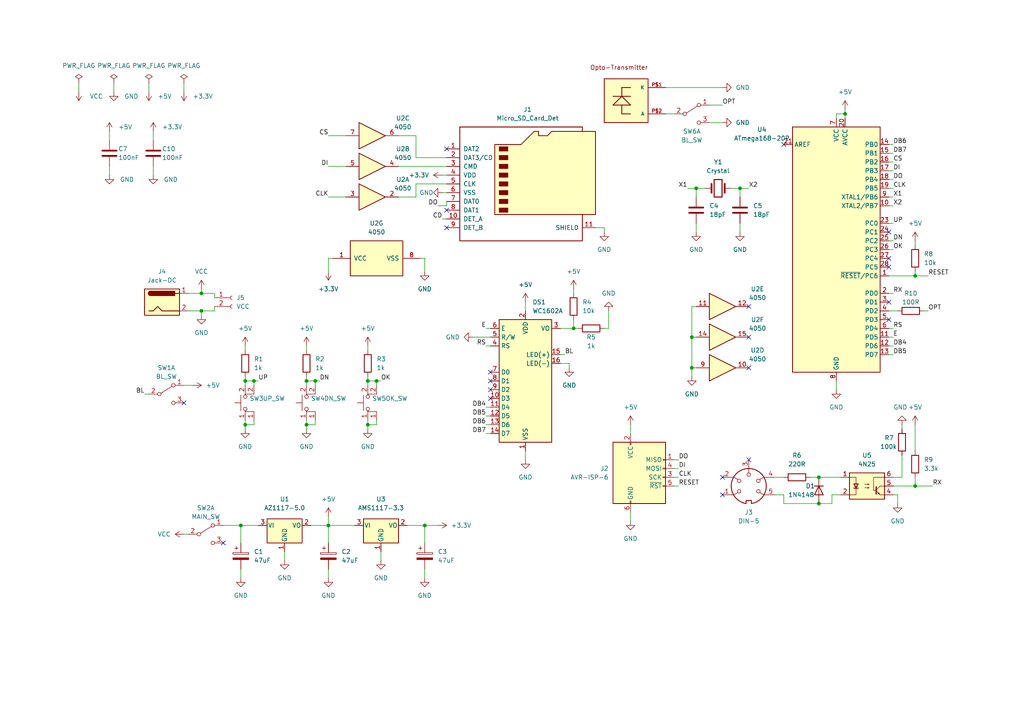
<source format=kicad_sch>
(kicad_sch (version 20211123) (generator eeschema)
  (paper "A4")
  (lib_symbols
    (symbol "4xxx:4050" (pin_names (offset 1.016))
      (property "Reference" "U" (at 0 1.27 0))
      (property "Value" "4050" (at 0 -1.27 0))
      (symbol "4050_1_0"
        (pin output line (at 7.62 0 180) (length 3.81) (name "~") (number "2"))
        (pin input line (at -7.62 0 0) (length 3.81) (name "~") (number "3"))
      )
      (symbol "4050_2_0"
        (pin output line (at 7.62 0 180) (length 3.81) (name "~") (number "4"))
        (pin input line (at -7.62 0 0) (length 3.81) (name "~") (number "5"))
      )
      (symbol "4050_3_0"
        (pin output line (at 7.62 0 180) (length 3.81) (name "~") (number "6"))
        (pin input line (at -7.62 0 0) (length 3.81) (name "~") (number "7"))
      )
      (symbol "4050_4_0"
        (pin output line (at 7.62 0 180) (length 3.81) (name "~") (number "10"))
        (pin input line (at -7.62 0 0) (length 3.81) (name "~") (number "9"))
      )
      (symbol "4050_5_0"
        (pin input line (at -7.62 0 0) (length 3.81) (name "~") (number "11"))
        (pin output line (at 7.62 0 180) (length 3.81) (name "~") (number "12"))
      )
      (symbol "4050_6_0"
        (pin input line (at -7.62 0 0) (length 3.81) (name "~") (number "14"))
        (pin output line (at 7.62 0 180) (length 3.81) (name "~") (number "15"))
      )
      (symbol "4050_7_0"
        (pin power_in line (at 0 12.7 270) (length 5.08) (name "VCC") (number "1"))
        (pin power_in line (at 0 -12.7 90) (length 5.08) (name "VSS") (number "8"))
      )
    )
    (symbol "Connector:AVR-ISP-6" (pin_names (offset 1.016))
      (property "Reference" "J" (at -6.35 11.43 0))
      (property "Value" "AVR-ISP-6" (at 0 11.43 0))
      (symbol "AVR-ISP-6_1_1"
        (pin passive line (at 10.16 5.08 180) (length 2.54) (name "MISO") (number "1"))
        (pin passive line (at -2.54 12.7 270) (length 2.54) (name "VCC") (number "2"))
        (pin passive line (at 10.16 0 180) (length 2.54) (name "SCK") (number "3"))
        (pin passive line (at 10.16 2.54 180) (length 2.54) (name "MOSI") (number "4"))
        (pin passive line (at 10.16 -2.54 180) (length 2.54) (name "~{RST}") (number "5"))
        (pin passive line (at -2.54 -10.16 90) (length 2.54) (name "GND") (number "6"))
      )
    )
    (symbol "Connector:Conn_01x02_Female" (pin_names (offset 1.016) hide)
      (property "Reference" "J" (at 0 2.54 0))
      (property "Value" "Conn_01x02_Female" (at 0 -5.08 0))
      (symbol "Conn_01x02_Female_1_1"
        (pin passive line (at -5.08 0 0) (length 3.81) (name "Pin_1") (number "1"))
        (pin passive line (at -5.08 -2.54 0) (length 3.81) (name "Pin_2") (number "2"))
      )
    )
    (symbol "Connector:DIN-5" (pin_names (offset 1.016))
      (property "Reference" "J" (at 3.175 5.715 0))
      (property "Value" "DIN-5" (at 0 -6.35 0))
      (symbol "DIN-5_1_1"
        (pin passive line (at -7.62 -2.54 0) (length 2.54) (name "~") (number "1"))
        (pin passive line (at -7.62 2.54 0) (length 2.54) (name "~") (number "2"))
        (pin passive line (at 0 7.62 270) (length 2.54) (name "~") (number "3"))
        (pin passive line (at 7.62 2.54 180) (length 2.54) (name "~") (number "4"))
        (pin passive line (at 7.62 -2.54 180) (length 2.54) (name "~") (number "5"))
      )
    )
    (symbol "Connector:Jack-DC" (pin_names (offset 1.016))
      (property "Reference" "J" (at 0 5.334 0))
      (property "Value" "Jack-DC" (at 0 -5.08 0))
      (symbol "Jack-DC_1_1"
        (pin passive line (at 7.62 2.54 180) (length 2.54) (name "~") (number "1"))
        (pin passive line (at 7.62 -2.54 180) (length 2.54) (name "~") (number "2"))
      )
    )
    (symbol "Connector:Micro_SD_Card_Det" (pin_names (offset 1.016))
      (property "Reference" "J" (at -16.51 17.78 0))
      (property "Value" "Micro_SD_Card_Det" (at 16.51 17.78 0))
      (symbol "Micro_SD_Card_Det_1_1"
        (pin bidirectional line (at -22.86 10.16 0) (length 3.81) (name "DAT2") (number "1"))
        (pin passive line (at -22.86 -10.16 0) (length 3.81) (name "DET_A") (number "10"))
        (pin passive line (at 20.32 -12.7 180) (length 3.81) (name "SHIELD") (number "11"))
        (pin bidirectional line (at -22.86 7.62 0) (length 3.81) (name "DAT3/CD") (number "2"))
        (pin input line (at -22.86 5.08 0) (length 3.81) (name "CMD") (number "3"))
        (pin power_in line (at -22.86 2.54 0) (length 3.81) (name "VDD") (number "4"))
        (pin input line (at -22.86 0 0) (length 3.81) (name "CLK") (number "5"))
        (pin power_in line (at -22.86 -2.54 0) (length 3.81) (name "VSS") (number "6"))
        (pin bidirectional line (at -22.86 -5.08 0) (length 3.81) (name "DAT0") (number "7"))
        (pin bidirectional line (at -22.86 -7.62 0) (length 3.81) (name "DAT1") (number "8"))
        (pin passive line (at -22.86 -12.7 0) (length 3.81) (name "DET_B") (number "9"))
      )
    )
    (symbol "Device:C" (pin_numbers hide) (pin_names (offset 0.254))
      (property "Reference" "C" (at 0.635 2.54 0))
      (property "Value" "C" (at 0.635 -2.54 0))
      (symbol "C_1_1"
        (pin passive line (at 0 3.81 270) (length 2.794) (name "~") (number "1"))
        (pin passive line (at 0 -3.81 90) (length 2.794) (name "~") (number "2"))
      )
    )
    (symbol "Device:C_Polarized" (pin_numbers hide) (pin_names (offset 0.254))
      (property "Reference" "C" (at 0.635 2.54 0))
      (property "Value" "C_Polarized" (at 0.635 -2.54 0))
      (symbol "C_Polarized_1_1"
        (pin passive line (at 0 3.81 270) (length 2.794) (name "~") (number "1"))
        (pin passive line (at 0 -3.81 90) (length 2.794) (name "~") (number "2"))
      )
    )
    (symbol "Device:Crystal" (pin_numbers hide) (pin_names (offset 1.016) hide)
      (property "Reference" "Y" (at 0 3.81 0))
      (property "Value" "Crystal" (at 0 -3.81 0))
      (symbol "Crystal_1_1"
        (pin passive line (at -3.81 0 0) (length 1.27) (name "1") (number "1"))
        (pin passive line (at 3.81 0 180) (length 1.27) (name "2") (number "2"))
      )
    )
    (symbol "Device:R" (pin_numbers hide) (pin_names (offset 0))
      (property "Reference" "R" (at 2.032 0 90))
      (property "Value" "R" (at 0 0 90))
      (symbol "R_1_1"
        (pin passive line (at 0 3.81 270) (length 1.27) (name "~") (number "1"))
        (pin passive line (at 0 -3.81 90) (length 1.27) (name "~") (number "2"))
      )
    )
    (symbol "Diode:1N4148" (pin_numbers hide) (pin_names (offset 1.016) hide)
      (property "Reference" "D" (at 0 2.54 0))
      (property "Value" "1N4148" (at 0 -2.54 0))
      (symbol "1N4148_1_1"
        (pin passive line (at -3.81 0 0) (length 2.54) (name "K") (number "1"))
        (pin passive line (at 3.81 0 180) (length 2.54) (name "A") (number "2"))
      )
    )
    (symbol "Display_Character:WC1602A"
      (property "Reference" "DS" (at -5.842 19.05 0))
      (property "Value" "WC1602A" (at 5.334 19.05 0))
      (symbol "WC1602A_1_1"
        (pin power_in line (at 0 -20.32 90) (length 2.54) (name "VSS") (number "1"))
        (pin input line (at -10.16 -5.08 0) (length 2.54) (name "D3") (number "10"))
        (pin input line (at -10.16 -7.62 0) (length 2.54) (name "D4") (number "11"))
        (pin input line (at -10.16 -10.16 0) (length 2.54) (name "D5") (number "12"))
        (pin input line (at -10.16 -12.7 0) (length 2.54) (name "D6") (number "13"))
        (pin input line (at -10.16 -15.24 0) (length 2.54) (name "D7") (number "14"))
        (pin power_in line (at 10.16 7.62 180) (length 2.54) (name "LED(+)") (number "15"))
        (pin power_in line (at 10.16 5.08 180) (length 2.54) (name "LED(-)") (number "16"))
        (pin power_in line (at 0 20.32 270) (length 2.54) (name "VDD") (number "2"))
        (pin input line (at 10.16 15.24 180) (length 2.54) (name "VO") (number "3"))
        (pin input line (at -10.16 10.16 0) (length 2.54) (name "RS") (number "4"))
        (pin input line (at -10.16 12.7 0) (length 2.54) (name "R/W") (number "5"))
        (pin input line (at -10.16 15.24 0) (length 2.54) (name "E") (number "6"))
        (pin input line (at -10.16 2.54 0) (length 2.54) (name "D0") (number "7"))
        (pin input line (at -10.16 0 0) (length 2.54) (name "D1") (number "8"))
        (pin input line (at -10.16 -2.54 0) (length 2.54) (name "D2") (number "9"))
      )
    )
    (symbol "IFE91A:IFE91A" (pin_names (offset 1.016))
      (symbol "IFE91A_0_0"
        (text "Opto-Transmitter" (at -7.62 -7.62 0) (effects (font (size 1.27 1.27)) (justify left bottom)))
        (pin bidirectional line (at -12.7 -2.54 0) (length 5.08) (name "K") (number "P$1"))
        (pin bidirectional line (at -12.7 5.08 0) (length 5.08) (name "A") (number "P$2"))
      )
    )
    (symbol "Isolator:4N25" (pin_names (offset 1.016))
      (property "Reference" "U" (at -5.08 5.08 0))
      (property "Value" "4N25" (at 0 5.08 0))
      (symbol "4N25_1_1"
        (pin passive line (at -7.62 2.54 0) (length 2.54) (name "~") (number "1"))
        (pin passive line (at -7.62 -2.54 0) (length 2.54) (name "~") (number "2"))
        (pin no_connect line (at -5.08 0 0) (length 2.54) hide (name "NC") (number "3"))
        (pin passive line (at 7.62 -2.54 180) (length 2.54) (name "~") (number "4"))
        (pin passive line (at 7.62 0 180) (length 2.54) (name "~") (number "5"))
        (pin passive line (at 7.62 2.54 180) (length 2.54) (name "~") (number "6"))
      )
    )
    (symbol "MCU_Microchip_ATmega:ATmega168-20P"
      (property "Reference" "U" (at -12.7 36.83 0))
      (property "Value" "ATmega168-20P" (at 2.54 -36.83 0))
      (symbol "ATmega168-20P_1_1"
        (pin bidirectional line (at 15.24 -7.62 180) (length 2.54) (name "~{RESET}/PC6") (number "1"))
        (pin bidirectional line (at 15.24 12.7 180) (length 2.54) (name "XTAL2/PB7") (number "10"))
        (pin bidirectional line (at 15.24 -25.4 180) (length 2.54) (name "PD5") (number "11"))
        (pin bidirectional line (at 15.24 -27.94 180) (length 2.54) (name "PD6") (number "12"))
        (pin bidirectional line (at 15.24 -30.48 180) (length 2.54) (name "PD7") (number "13"))
        (pin bidirectional line (at 15.24 30.48 180) (length 2.54) (name "PB0") (number "14"))
        (pin bidirectional line (at 15.24 27.94 180) (length 2.54) (name "PB1") (number "15"))
        (pin bidirectional line (at 15.24 25.4 180) (length 2.54) (name "PB2") (number "16"))
        (pin bidirectional line (at 15.24 22.86 180) (length 2.54) (name "PB3") (number "17"))
        (pin bidirectional line (at 15.24 20.32 180) (length 2.54) (name "PB4") (number "18"))
        (pin bidirectional line (at 15.24 17.78 180) (length 2.54) (name "PB5") (number "19"))
        (pin bidirectional line (at 15.24 -12.7 180) (length 2.54) (name "PD0") (number "2"))
        (pin power_in line (at 2.54 38.1 270) (length 2.54) (name "AVCC") (number "20"))
        (pin passive line (at -15.24 30.48 0) (length 2.54) (name "AREF") (number "21"))
        (pin passive line (at 0 -38.1 90) (length 2.54) hide (name "GND") (number "22"))
        (pin bidirectional line (at 15.24 7.62 180) (length 2.54) (name "PC0") (number "23"))
        (pin bidirectional line (at 15.24 5.08 180) (length 2.54) (name "PC1") (number "24"))
        (pin bidirectional line (at 15.24 2.54 180) (length 2.54) (name "PC2") (number "25"))
        (pin bidirectional line (at 15.24 0 180) (length 2.54) (name "PC3") (number "26"))
        (pin bidirectional line (at 15.24 -2.54 180) (length 2.54) (name "PC4") (number "27"))
        (pin bidirectional line (at 15.24 -5.08 180) (length 2.54) (name "PC5") (number "28"))
        (pin bidirectional line (at 15.24 -15.24 180) (length 2.54) (name "PD1") (number "3"))
        (pin bidirectional line (at 15.24 -17.78 180) (length 2.54) (name "PD2") (number "4"))
        (pin bidirectional line (at 15.24 -20.32 180) (length 2.54) (name "PD3") (number "5"))
        (pin bidirectional line (at 15.24 -22.86 180) (length 2.54) (name "PD4") (number "6"))
        (pin power_in line (at 0 38.1 270) (length 2.54) (name "VCC") (number "7"))
        (pin power_in line (at 0 -38.1 90) (length 2.54) (name "GND") (number "8"))
        (pin bidirectional line (at 15.24 15.24 180) (length 2.54) (name "XTAL1/PB6") (number "9"))
      )
    )
    (symbol "Regulator_Linear:AMS1117-3.3" (pin_names (offset 0.254))
      (property "Reference" "U" (at -3.81 3.175 0))
      (property "Value" "AMS1117-3.3" (at 0 3.175 0))
      (symbol "AMS1117-3.3_1_1"
        (pin power_in line (at 0 -7.62 90) (length 2.54) (name "GND") (number "1"))
        (pin power_out line (at 7.62 0 180) (length 2.54) (name "VO") (number "2"))
        (pin power_in line (at -7.62 0 0) (length 2.54) (name "VI") (number "3"))
      )
    )
    (symbol "Regulator_Linear:AZ1117-5.0" (pin_names (offset 0.254))
      (property "Reference" "U" (at -3.81 3.175 0))
      (property "Value" "AZ1117-5.0" (at 0 3.175 0))
      (symbol "AZ1117-5.0_1_1"
        (pin power_in line (at 0 -7.62 90) (length 2.54) (name "GND") (number "1"))
        (pin power_out line (at 7.62 0 180) (length 2.54) (name "VO") (number "2"))
        (pin power_in line (at -7.62 0 0) (length 2.54) (name "VI") (number "3"))
      )
    )
    (symbol "SW_MEC_5E_1" (pin_names (offset 1.016) hide)
      (property "Reference" "SW3" (at 1.27 1.2701 90))
      (property "Value" "SW_MEC_5E_1" (at 1.27 -1.2699 90))
      (symbol "SW_MEC_5E_1_0_1"
        (pin passive line (at -5.08 2.54 0) (length 2.54) (name "1") (number "1"))
        (pin passive line (at -5.08 0 0) (length 2.54) (name "2") (number "1"))
        (pin passive line (at 5.08 2.54 180) (length 2.54) (name "A") (number "2"))
        (pin passive line (at 5.08 0 180) (length 2.54) (name "K") (number "2"))
      )
    )
    (symbol "Switch:SW_DPDT_x2" (pin_names (offset 0) hide)
      (property "Reference" "SW" (at 0 4.318 0))
      (property "Value" "SW_DPDT_x2" (at 0 -5.08 0))
      (symbol "SW_DPDT_x2_1_1"
        (pin passive line (at 5.08 2.54 180) (length 2.54) (name "A") (number "1"))
        (pin passive line (at -5.08 0 0) (length 2.54) (name "B") (number "2"))
        (pin passive line (at 5.08 -2.54 180) (length 2.54) (name "C") (number "3"))
      )
      (symbol "SW_DPDT_x2_2_1"
        (pin passive line (at 5.08 2.54 180) (length 2.54) (name "A") (number "4"))
        (pin passive line (at -5.08 0 0) (length 2.54) (name "B") (number "5"))
        (pin passive line (at 5.08 -2.54 180) (length 2.54) (name "C") (number "6"))
      )
    )
    (symbol "power:+3.3V" (power) (pin_names (offset 0))
      (property "Value" "+3.3V" (at 0 3.556 0))
      (symbol "+3.3V_1_1"
        (pin power_in line (at 0 0 90) (length 0) hide (name "+3.3V") (number "1"))
      )
    )
    (symbol "power:+5V" (power) (pin_names (offset 0))
      (property "Value" "+5V" (at 0 3.556 0))
      (symbol "+5V_1_1"
        (pin power_in line (at 0 0 90) (length 0) hide (name "+5V") (number "1"))
      )
    )
    (symbol "power:GND" (power) (pin_names (offset 0))
      (property "Value" "GND" (at 0 -3.81 0))
      (symbol "GND_1_1"
        (pin power_in line (at 0 0 270) (length 0) hide (name "GND") (number "1"))
      )
    )
    (symbol "power:PWR_FLAG" (power) (pin_numbers hide) (pin_names (offset 0) hide)
      (property "Value" "PWR_FLAG" (at 0 3.81 0))
      (symbol "PWR_FLAG_0_0"
        (pin power_out line (at 0 0 90) (length 0) (name "pwr") (number "1"))
      )
    )
    (symbol "power:VCC" (power) (pin_names (offset 0))
      (property "Value" "VCC" (at 0 3.81 0))
      (symbol "VCC_1_1"
        (pin power_in line (at 0 0 90) (length 0) hide (name "VCC") (number "1"))
      )
    )
  )
  (junction (at 73.66 110.49))
  (junction (at 200.66 106.68))
  (junction (at 245.11 33.02))
  (junction (at 106.68 123.19))
  (junction (at 166.37 95.25))
  (junction (at 91.44 110.49))
  (junction (at 88.9 123.19))
  (junction (at 88.9 110.49))
  (junction (at 106.68 110.49))
  (junction (at 265.43 140.97))
  (junction (at 58.42 85.09))
  (junction (at 237.49 138.43))
  (junction (at 71.12 123.19))
  (junction (at 265.43 80.01))
  (junction (at 214.63 54.61))
  (junction (at 71.12 110.49))
  (junction (at 201.93 54.61))
  (junction (at 95.25 152.4))
  (junction (at 123.19 152.4))
  (junction (at 58.42 90.17))
  (junction (at 109.22 110.49))
  (junction (at 200.66 97.79))
  (junction (at 69.85 152.4))
  (junction (at 237.49 146.05))
  (no_connect (at 227.33 41.91))
  (no_connect (at 257.81 92.71))
  (no_connect (at 257.81 67.31))
  (no_connect (at 257.81 74.93))
  (no_connect (at 257.81 77.47))
  (no_connect (at 257.81 87.63))
  (no_connect (at 217.17 88.9))
  (no_connect (at 217.17 97.79))
  (no_connect (at 217.17 106.68))
  (no_connect (at 129.54 66.04))
  (no_connect (at 129.54 60.96))
  (no_connect (at 129.54 43.18))
  (no_connect (at 142.24 110.49))
  (no_connect (at 142.24 113.03))
  (no_connect (at 142.24 115.57))
  (no_connect (at 142.24 107.95))
  (no_connect (at 53.34 116.84))
  (no_connect (at 217.17 133.35))
  (no_connect (at 209.55 138.43))
  (no_connect (at 209.55 143.51))
  (no_connect (at 64.77 157.48))
  (wire (pts (xy 257.81 59.69) (xy 259.08 59.69)))
  (wire (pts (xy 71.12 109.22) (xy 71.12 110.49)))
  (wire (pts (xy 201.93 54.61) (xy 204.47 54.61)))
  (wire (pts (xy 62.23 86.36) (xy 62.23 85.09)))
  (wire (pts (xy 257.81 44.45) (xy 259.08 44.45)))
  (wire (pts (xy 257.81 57.15) (xy 259.08 57.15)))
  (wire (pts (xy 200.66 106.68) (xy 200.66 109.22)))
  (wire (pts (xy 175.26 66.04) (xy 175.26 67.31)))
  (wire (pts (xy 195.58 135.89) (xy 196.85 135.89)))
  (wire (pts (xy 176.53 90.17) (xy 176.53 95.25)))
  (wire (pts (xy 201.93 88.9) (xy 200.66 88.9)))
  (wire (pts (xy 140.97 125.73) (xy 142.24 125.73)))
  (wire (pts (xy 140.97 123.19) (xy 142.24 123.19)))
  (wire (pts (xy 82.55 160.02) (xy 82.55 162.56)))
  (wire (pts (xy 44.45 38.1) (xy 44.45 40.64)))
  (wire (pts (xy 257.81 90.17) (xy 260.35 90.17)))
  (wire (pts (xy 140.97 118.11) (xy 142.24 118.11)))
  (wire (pts (xy 259.08 140.97) (xy 265.43 140.97)))
  (wire (pts (xy 88.9 123.19) (xy 88.9 124.46)))
  (wire (pts (xy 109.22 121.92) (xy 109.22 123.19)))
  (wire (pts (xy 257.81 72.39) (xy 259.08 72.39)))
  (wire (pts (xy 88.9 121.92) (xy 88.9 123.19)))
  (wire (pts (xy 58.42 85.09) (xy 58.42 83.82)))
  (wire (pts (xy 71.12 100.33) (xy 71.12 101.6)))
  (wire (pts (xy 115.57 57.15) (xy 120.65 57.15)))
  (wire (pts (xy 242.57 110.49) (xy 242.57 113.03)))
  (wire (pts (xy 267.97 90.17) (xy 269.24 90.17)))
  (wire (pts (xy 71.12 110.49) (xy 73.66 110.49)))
  (wire (pts (xy 120.65 45.72) (xy 129.54 45.72)))
  (wire (pts (xy 128.27 63.5) (xy 129.54 63.5)))
  (wire (pts (xy 62.23 88.9) (xy 62.23 90.17)))
  (wire (pts (xy 120.65 39.37) (xy 120.65 45.72)))
  (wire (pts (xy 127 59.69) (xy 129.54 59.69)))
  (wire (pts (xy 261.62 123.19) (xy 261.62 124.46)))
  (wire (pts (xy 257.81 46.99) (xy 259.08 46.99)))
  (wire (pts (xy 95.25 149.86) (xy 95.25 152.4)))
  (wire (pts (xy 95.25 165.1) (xy 95.25 167.64)))
  (wire (pts (xy 69.85 165.1) (xy 69.85 167.64)))
  (wire (pts (xy 22.86 24.13) (xy 22.86 26.67)))
  (wire (pts (xy 243.84 143.51) (xy 241.3 143.51)))
  (wire (pts (xy 234.95 138.43) (xy 237.49 138.43)))
  (wire (pts (xy 95.25 57.15) (xy 100.33 57.15)))
  (wire (pts (xy 201.93 57.15) (xy 201.93 54.61)))
  (wire (pts (xy 199.39 54.61) (xy 201.93 54.61)))
  (wire (pts (xy 237.49 138.43) (xy 243.84 138.43)))
  (wire (pts (xy 91.44 123.19) (xy 91.44 121.92)))
  (wire (pts (xy 257.81 95.25) (xy 259.08 95.25)))
  (wire (pts (xy 73.66 110.49) (xy 73.66 111.76)))
  (wire (pts (xy 88.9 100.33) (xy 88.9 101.6)))
  (wire (pts (xy 193.04 33.02) (xy 195.58 33.02)))
  (wire (pts (xy 91.44 110.49) (xy 92.71 110.49)))
  (wire (pts (xy 245.11 33.02) (xy 245.11 34.29)))
  (wire (pts (xy 73.66 123.19) (xy 73.66 121.92)))
  (wire (pts (xy 162.56 105.41) (xy 165.1 105.41)))
  (wire (pts (xy 224.79 138.43) (xy 227.33 138.43)))
  (wire (pts (xy 257.81 80.01) (xy 265.43 80.01)))
  (wire (pts (xy 259.08 138.43) (xy 261.62 138.43)))
  (wire (pts (xy 165.1 105.41) (xy 165.1 106.68)))
  (wire (pts (xy 123.19 152.4) (xy 127 152.4)))
  (wire (pts (xy 110.49 160.02) (xy 110.49 162.56)))
  (wire (pts (xy 120.65 57.15) (xy 120.65 53.34)))
  (wire (pts (xy 71.12 123.19) (xy 73.66 123.19)))
  (wire (pts (xy 241.3 143.51) (xy 241.3 146.05)))
  (wire (pts (xy 137.16 97.79) (xy 142.24 97.79)))
  (wire (pts (xy 31.75 38.1) (xy 31.75 40.64)))
  (wire (pts (xy 214.63 64.77) (xy 214.63 67.31)))
  (wire (pts (xy 123.19 152.4) (xy 123.19 157.48)))
  (wire (pts (xy 95.25 152.4) (xy 102.87 152.4)))
  (wire (pts (xy 257.81 102.87) (xy 259.08 102.87)))
  (wire (pts (xy 265.43 80.01) (xy 269.24 80.01)))
  (wire (pts (xy 214.63 54.61) (xy 214.63 57.15)))
  (wire (pts (xy 120.65 53.34) (xy 129.54 53.34)))
  (wire (pts (xy 109.22 110.49) (xy 110.49 110.49)))
  (wire (pts (xy 200.66 97.79) (xy 200.66 106.68)))
  (wire (pts (xy 106.68 109.22) (xy 106.68 110.49)))
  (wire (pts (xy 44.45 48.26) (xy 44.45 50.8)))
  (wire (pts (xy 242.57 33.02) (xy 245.11 33.02)))
  (wire (pts (xy 71.12 123.19) (xy 71.12 124.46)))
  (wire (pts (xy 73.66 110.49) (xy 74.93 110.49)))
  (wire (pts (xy 265.43 140.97) (xy 270.51 140.97)))
  (wire (pts (xy 257.81 64.77) (xy 259.08 64.77)))
  (wire (pts (xy 257.81 69.85) (xy 259.08 69.85)))
  (wire (pts (xy 152.4 87.63) (xy 152.4 90.17)))
  (wire (pts (xy 106.68 123.19) (xy 106.68 124.46)))
  (wire (pts (xy 193.04 25.4) (xy 209.55 25.4)))
  (wire (pts (xy 265.43 123.19) (xy 265.43 130.81)))
  (wire (pts (xy 123.19 165.1) (xy 123.19 167.64)))
  (wire (pts (xy 129.54 59.69) (xy 129.54 58.42)))
  (wire (pts (xy 106.68 121.92) (xy 106.68 123.19)))
  (wire (pts (xy 140.97 120.65) (xy 142.24 120.65)))
  (wire (pts (xy 227.33 146.05) (xy 237.49 146.05)))
  (wire (pts (xy 33.02 24.13) (xy 33.02 26.67)))
  (wire (pts (xy 69.85 152.4) (xy 69.85 157.48)))
  (wire (pts (xy 140.97 95.25) (xy 142.24 95.25)))
  (wire (pts (xy 54.61 85.09) (xy 58.42 85.09)))
  (wire (pts (xy 109.22 123.19) (xy 106.68 123.19)))
  (wire (pts (xy 58.42 90.17) (xy 54.61 90.17)))
  (wire (pts (xy 128.27 50.8) (xy 129.54 50.8)))
  (wire (pts (xy 257.81 85.09) (xy 259.08 85.09)))
  (wire (pts (xy 172.72 66.04) (xy 175.26 66.04)))
  (wire (pts (xy 195.58 140.97) (xy 196.85 140.97)))
  (wire (pts (xy 95.25 48.26) (xy 100.33 48.26)))
  (wire (pts (xy 195.58 138.43) (xy 196.85 138.43)))
  (wire (pts (xy 265.43 78.74) (xy 265.43 80.01)))
  (wire (pts (xy 31.75 48.26) (xy 31.75 50.8)))
  (wire (pts (xy 95.25 152.4) (xy 95.25 157.48)))
  (wire (pts (xy 205.74 30.48) (xy 209.55 30.48)))
  (wire (pts (xy 41.91 114.3) (xy 43.18 114.3)))
  (wire (pts (xy 214.63 54.61) (xy 217.17 54.61)))
  (wire (pts (xy 166.37 83.82) (xy 166.37 85.09)))
  (wire (pts (xy 200.66 88.9) (xy 200.66 97.79)))
  (wire (pts (xy 115.57 39.37) (xy 120.65 39.37)))
  (wire (pts (xy 162.56 102.87) (xy 163.83 102.87)))
  (wire (pts (xy 64.77 152.4) (xy 69.85 152.4)))
  (wire (pts (xy 261.62 138.43) (xy 261.62 132.08)))
  (wire (pts (xy 115.57 48.26) (xy 129.54 48.26)))
  (wire (pts (xy 200.66 97.79) (xy 201.93 97.79)))
  (wire (pts (xy 69.85 152.4) (xy 74.93 152.4)))
  (wire (pts (xy 152.4 130.81) (xy 152.4 133.35)))
  (wire (pts (xy 242.57 34.29) (xy 242.57 33.02)))
  (wire (pts (xy 128.27 55.88) (xy 129.54 55.88)))
  (wire (pts (xy 88.9 110.49) (xy 91.44 110.49)))
  (wire (pts (xy 121.92 74.93) (xy 123.19 74.93)))
  (wire (pts (xy 90.17 152.4) (xy 95.25 152.4)))
  (wire (pts (xy 88.9 110.49) (xy 88.9 111.76)))
  (wire (pts (xy 118.11 152.4) (xy 123.19 152.4)))
  (wire (pts (xy 53.34 111.76) (xy 55.88 111.76)))
  (wire (pts (xy 123.19 74.93) (xy 123.19 78.74)))
  (wire (pts (xy 95.25 74.93) (xy 96.52 74.93)))
  (wire (pts (xy 257.81 97.79) (xy 259.08 97.79)))
  (wire (pts (xy 205.74 35.56) (xy 209.55 35.56)))
  (wire (pts (xy 257.81 52.07) (xy 259.08 52.07)))
  (wire (pts (xy 257.81 41.91) (xy 259.08 41.91)))
  (wire (pts (xy 62.23 85.09) (xy 58.42 85.09)))
  (wire (pts (xy 106.68 110.49) (xy 106.68 111.76)))
  (wire (pts (xy 257.81 100.33) (xy 259.08 100.33)))
  (wire (pts (xy 62.23 90.17) (xy 58.42 90.17)))
  (wire (pts (xy 166.37 92.71) (xy 166.37 95.25)))
  (wire (pts (xy 162.56 95.25) (xy 166.37 95.25)))
  (wire (pts (xy 201.93 64.77) (xy 201.93 67.31)))
  (wire (pts (xy 212.09 54.61) (xy 214.63 54.61)))
  (wire (pts (xy 245.11 33.02) (xy 245.11 31.75)))
  (wire (pts (xy 106.68 110.49) (xy 109.22 110.49)))
  (wire (pts (xy 58.42 91.44) (xy 58.42 90.17)))
  (wire (pts (xy 109.22 110.49) (xy 109.22 111.76)))
  (wire (pts (xy 166.37 95.25) (xy 167.64 95.25)))
  (wire (pts (xy 95.25 78.74) (xy 95.25 74.93)))
  (wire (pts (xy 265.43 69.85) (xy 265.43 71.12)))
  (wire (pts (xy 265.43 140.97) (xy 265.43 138.43)))
  (wire (pts (xy 227.33 143.51) (xy 227.33 146.05)))
  (wire (pts (xy 182.88 123.19) (xy 182.88 125.73)))
  (wire (pts (xy 237.49 146.05) (xy 241.3 146.05)))
  (wire (pts (xy 140.97 100.33) (xy 142.24 100.33)))
  (wire (pts (xy 106.68 100.33) (xy 106.68 101.6)))
  (wire (pts (xy 53.34 154.94) (xy 54.61 154.94)))
  (wire (pts (xy 53.34 24.13) (xy 53.34 26.67)))
  (wire (pts (xy 200.66 106.68) (xy 201.93 106.68)))
  (wire (pts (xy 88.9 123.19) (xy 91.44 123.19)))
  (wire (pts (xy 227.33 143.51) (xy 224.79 143.51)))
  (wire (pts (xy 71.12 121.92) (xy 71.12 123.19)))
  (wire (pts (xy 88.9 109.22) (xy 88.9 110.49)))
  (wire (pts (xy 259.08 143.51) (xy 260.35 143.51)))
  (wire (pts (xy 43.18 24.13) (xy 43.18 26.67)))
  (wire (pts (xy 195.58 133.35) (xy 196.85 133.35)))
  (wire (pts (xy 260.35 143.51) (xy 260.35 146.05)))
  (wire (pts (xy 257.81 54.61) (xy 259.08 54.61)))
  (wire (pts (xy 257.81 49.53) (xy 259.08 49.53)))
  (wire (pts (xy 95.25 39.37) (xy 100.33 39.37)))
  (wire (pts (xy 182.88 148.59) (xy 182.88 151.13)))
  (wire (pts (xy 71.12 110.49) (xy 71.12 111.76)))
  (wire (pts (xy 91.44 110.49) (xy 91.44 111.76)))
  (wire (pts (xy 176.53 95.25) (xy 175.26 95.25)))
  (label "DO" (at 259.08 52.07 0))
  (label "OPT" (at 209.55 30.48 0))
  (label "CD" (at 128.27 63.5 180))
  (label "CLK" (at 196.85 138.43 0))
  (label "X2" (at 217.17 54.61 0))
  (label "OK" (at 259.08 72.39 0))
  (label "CLK" (at 95.25 57.15 180))
  (label "DI" (at 259.08 49.53 0))
  (label "RX" (at 259.08 85.09 0))
  (label "CS" (at 95.25 39.37 180))
  (label "DN" (at 92.71 110.49 0))
  (label "RESET" (at 196.85 140.97 0))
  (label "DB6" (at 259.08 41.91 0))
  (label "X1" (at 199.39 54.61 180))
  (label "DI" (at 95.25 48.26 180))
  (label "E" (at 259.08 97.79 0))
  (label "DO" (at 196.85 133.35 0))
  (label "DB7" (at 140.97 125.73 180))
  (label "UP" (at 259.08 64.77 0))
  (label "X2" (at 259.08 59.69 0))
  (label "DN" (at 259.08 69.85 0))
  (label "CLK" (at 259.08 54.61 0))
  (label "OK" (at 110.49 110.49 0))
  (label "X1" (at 259.08 57.15 0))
  (label "CS" (at 259.08 46.99 0))
  (label "DO" (at 127 59.69 180))
  (label "DB6" (at 140.97 123.19 180))
  (label "BL" (at 41.91 114.3 180))
  (label "DB5" (at 259.08 102.87 0))
  (label "RESET" (at 269.24 80.01 0))
  (label "DB5" (at 140.97 120.65 180))
  (label "RS" (at 259.08 95.25 0))
  (label "DB4" (at 259.08 100.33 0))
  (label "RX" (at 270.51 140.97 0))
  (label "RS" (at 140.97 100.33 180))
  (label "OPT" (at 269.24 90.17 0))
  (label "DB7" (at 259.08 44.45 0))
  (label "UP" (at 74.93 110.49 0))
  (label "DB4" (at 140.97 118.11 180))
  (label "DI" (at 196.85 135.89 0))
  (label "E" (at 140.97 95.25 180))
  (label "BL" (at 163.83 102.87 0))
  (symbol (lib_id "power:+5V") (at 152.4 87.63 0) (unit 1)
    (property "Reference" "#PWR0118" (effects hide))
    (property "Value" "+5V" (at 152.4 82.55 0))
  )
  (symbol (lib_id "power:+5V") (at 43.18 26.67 180) (unit 1)
    (property "Reference" "#PWR0139" (effects hide))
    (property "Value" "+5V" (at 45.72 27.9399 0) (effects (justify right)))
  )
  (symbol (lib_name "SW_MEC_5E_1") (lib_id "Switch:SW_MEC_5E") (at 109.22 116.84 90) (unit 1)
    (property "Reference" "SW5" (at 107.9499 115.57 90) (effects (justify right)))
    (property "Value" "OK_SW" (at 111.76 115.57 90) (effects (justify right)))
    (property "Footprint" "Button_Switch_THT:SW_PUSH_6mm_H7.3mm" (effects hide))
    (property "Datasheet" "http://www.apem.com/int/index.php?controller=attachment&id_attachment=1371" (effects hide))
  )
  (symbol (lib_id "power:+5V") (at 166.37 83.82 0) (unit 1)
    (property "Reference" "#PWR0117" (effects hide))
    (property "Value" "+5V" (at 166.37 78.74 0))
  )
  (symbol (lib_id "Device:R") (at 71.12 105.41 0) (unit 1)
    (property "Reference" "R1" (at 73.66 104.1399 0) (effects (justify left)))
    (property "Value" "1k" (at 73.66 106.6799 0) (effects (justify left)))
    (property "Footprint" "Resistor_THT:R_Axial_DIN0204_L3.6mm_D1.6mm_P7.62mm_Horizontal" (effects hide))
  )
  (symbol (lib_id "power:GND") (at 128.27 55.88 270) (unit 1)
    (property "Reference" "#PWR0115" (effects hide))
    (property "Value" "GND" (at 125.73 55.88 90) (effects (justify right)))
  )
  (symbol (lib_id "Device:R") (at 166.37 88.9 180) (unit 1)
    (property "Reference" "R4" (at 168.91 87.6299 0) (effects (justify right)))
    (property "Value" "10k" (at 168.91 90.1699 0) (effects (justify right)))
    (property "Footprint" "Resistor_THT:R_Axial_DIN0204_L3.6mm_D1.6mm_P7.62mm_Horizontal" (effects hide))
  )
  (symbol (lib_id "Device:R") (at 106.68 105.41 0) (unit 1)
    (property "Reference" "R3" (at 109.22 104.1399 0) (effects (justify left)))
    (property "Value" "1k" (at 109.22 106.6799 0) (effects (justify left)))
    (property "Footprint" "Resistor_THT:R_Axial_DIN0204_L3.6mm_D1.6mm_P7.62mm_Horizontal" (effects hide))
  )
  (symbol (lib_id "power:+5V") (at 88.9 100.33 0) (unit 1)
    (property "Reference" "#PWR0128" (effects hide))
    (property "Value" "+5V" (at 88.9 95.25 0))
  )
  (symbol (lib_id "Device:C_Polarized") (at 123.19 161.29 0) (unit 1)
    (property "Reference" "C3" (at 127 160.02 0) (effects (justify left)))
    (property "Value" "47uF" (at 127 162.56 0) (effects (justify left)))
    (property "Footprint" "Capacitor_THT:CP_Radial_D4.0mm_P1.50mm" (effects hide))
  )
  (symbol (lib_id "Device:R") (at 264.16 90.17 90) (unit 1)
    (property "Reference" "R10" (at 264.16 85.09 90))
    (property "Value" "100R" (at 264.16 87.63 90))
    (property "Footprint" "Resistor_THT:R_Axial_DIN0204_L3.6mm_D1.6mm_P7.62mm_Horizontal" (effects hide))
  )
  (symbol (lib_id "power:GND") (at 123.19 78.74 0) (unit 1)
    (property "Reference" "#PWR0119" (effects hide))
    (property "Value" "GND" (at 123.19 83.82 0))
  )
  (symbol (lib_id "power:+5V") (at 245.11 31.75 0) (unit 1)
    (property "Reference" "#PWR0113" (effects hide))
    (property "Value" "+5V" (at 245.11 26.67 0))
  )
  (symbol (lib_id "power:GND") (at 260.35 146.05 0) (unit 1)
    (property "Reference" "#PWR0106" (effects hide))
    (property "Value" "GND" (at 260.35 151.13 0))
  )
  (symbol (lib_id "Device:R") (at 265.43 74.93 0) (unit 1)
    (property "Reference" "R8" (at 267.97 73.6599 0) (effects (justify left)))
    (property "Value" "10k" (at 267.97 76.1999 0) (effects (justify left)))
    (property "Footprint" "Resistor_THT:R_Axial_DIN0204_L3.6mm_D1.6mm_P7.62mm_Horizontal" (effects hide))
  )
  (symbol (lib_id "power:+3.3V") (at 53.34 26.67 180) (unit 1)
    (property "Reference" "#PWR0140" (effects hide))
    (property "Value" "+3.3V" (at 55.88 27.9399 0) (effects (justify right)))
  )
  (symbol (lib_id "power:VCC") (at 58.42 83.82 0) (unit 1)
    (property "Reference" "#PWR03" (effects hide))
    (property "Value" "VCC" (at 58.42 78.74 0))
  )
  (symbol (lib_id "Regulator_Linear:AZ1117-5.0") (at 82.55 152.4 0) (unit 1)
    (property "Reference" "U1" (at 82.55 144.78 0))
    (property "Value" "AZ1117-5.0" (at 82.55 147.32 0))
    (property "Footprint" "Package_TO_SOT_SMD:SOT-223-3_TabPin2" (effects hide))
    (property "Datasheet" "https://www.diodes.com/assets/Datasheets/AZ1117.pdf" (effects hide))
  )
  (symbol (lib_id "power:GND") (at 33.02 26.67 0) (unit 1)
    (property "Reference" "#PWR0143" (effects hide))
    (property "Value" "GND" (at 38.1 27.94 0))
  )
  (symbol (lib_id "Device:R") (at 261.62 128.27 180) (unit 1)
    (property "Reference" "R7" (at 256.54 127 0) (effects (justify right)))
    (property "Value" "100k" (at 255.27 129.54 0) (effects (justify right)))
    (property "Footprint" "Resistor_THT:R_Axial_DIN0204_L3.6mm_D1.6mm_P7.62mm_Horizontal" (effects hide))
  )
  (symbol (lib_id "Device:C") (at 214.63 60.96 0) (unit 1)
    (property "Reference" "C5" (at 218.44 59.6899 0) (effects (justify left)))
    (property "Value" "18pF" (at 218.44 62.2299 0) (effects (justify left)))
    (property "Footprint" "Capacitor_THT:C_Disc_D5.1mm_W3.2mm_P5.00mm" (effects hide))
  )
  (symbol (lib_id "power:GND") (at 95.25 167.64 0) (unit 1)
    (property "Reference" "#PWR0131" (effects hide))
    (property "Value" "GND" (at 95.25 172.72 0))
  )
  (symbol (lib_id "power:GND") (at 152.4 133.35 0) (unit 1)
    (property "Reference" "#PWR0121" (effects hide))
    (property "Value" "GND" (at 152.4 138.43 0))
  )
  (symbol (lib_id "Device:C") (at 201.93 60.96 0) (unit 1)
    (property "Reference" "C4" (at 205.74 59.6899 0) (effects (justify left)))
    (property "Value" "18pF" (at 205.74 62.2299 0) (effects (justify left)))
    (property "Footprint" "Capacitor_THT:C_Disc_D5.1mm_W3.2mm_P5.00mm" (effects hide))
  )
  (symbol (lib_id "power:PWR_FLAG") (at 33.02 24.13 0) (unit 1)
    (property "Reference" "#FLG0103" (effects hide))
    (property "Value" "PWR_FLAG" (at 33.02 19.05 0))
  )
  (symbol (lib_id "power:+5V") (at 182.88 123.19 0) (unit 1)
    (property "Reference" "#PWR0111" (effects hide))
    (property "Value" "+5V" (at 182.88 118.11 0))
  )
  (symbol (lib_id "power:GND") (at 201.93 67.31 0) (unit 1)
    (property "Reference" "#PWR0103" (effects hide))
    (property "Value" "GND" (at 201.93 72.39 0))
  )
  (symbol (lib_id "power:+3.3V") (at 127 152.4 270) (unit 1)
    (property "Reference" "#PWR0133" (effects hide))
    (property "Value" "+3.3V" (at 130.81 152.3999 90) (effects (justify left)))
  )
  (symbol (lib_id "4xxx:4050") (at 209.55 88.9 0) (unit 5)
    (property "Reference" "U2" (at 219.71 83.82 0))
    (property "Value" "4050" (at 219.71 86.36 0))
    (property "Footprint" "Package_DIP:DIP-16_W7.62mm" (effects hide))
    (property "Datasheet" "http://www.intersil.com/content/dam/intersil/documents/cd40/cd4050bms.pdf" (effects hide))
  )
  (symbol (lib_id "power:GND") (at 123.19 167.64 0) (unit 1)
    (property "Reference" "#PWR0129" (effects hide))
    (property "Value" "GND" (at 123.19 172.72 0))
  )
  (symbol (lib_id "power:GND") (at 58.42 91.44 0) (unit 1)
    (property "Reference" "#PWR04" (effects hide))
    (property "Value" "GND" (at 58.42 96.52 0))
  )
  (symbol (lib_id "power:GND") (at 106.68 124.46 0) (unit 1)
    (property "Reference" "#PWR0125" (effects hide))
    (property "Value" "GND" (at 106.68 129.54 0))
  )
  (symbol (lib_id "Regulator_Linear:AMS1117-3.3") (at 110.49 152.4 0) (unit 1)
    (property "Reference" "U3" (at 110.49 144.78 0))
    (property "Value" "AMS1117-3.3" (at 110.49 147.32 0))
    (property "Footprint" "Package_TO_SOT_SMD:SOT-223-3_TabPin2" (effects hide))
    (property "Datasheet" "http://www.advanced-monolithic.com/pdf/ds1117.pdf" (effects hide))
  )
  (symbol (lib_id "power:GND") (at 175.26 67.31 0) (unit 1)
    (property "Reference" "#PWR0102" (effects hide))
    (property "Value" "GND" (at 175.26 72.39 0))
  )
  (symbol (lib_id "power:GND") (at 82.55 162.56 0) (unit 1)
    (property "Reference" "#PWR0137" (effects hide))
    (property "Value" "GND" (at 82.55 167.64 0))
  )
  (symbol (lib_id "power:GND") (at 200.66 109.22 0) (unit 1)
    (property "Reference" "#PWR0110" (effects hide))
    (property "Value" "GND" (at 200.66 114.3 0))
  )
  (symbol (lib_id "power:GND") (at 69.85 167.64 0) (unit 1)
    (property "Reference" "#PWR0138" (effects hide))
    (property "Value" "GND" (at 69.85 172.72 0))
  )
  (symbol (lib_id "power:GND") (at 209.55 35.56 90) (unit 1)
    (property "Reference" "#PWR05" (effects hide))
    (property "Value" "GND" (at 213.36 35.5599 90) (effects (justify right)))
  )
  (symbol (lib_id "power:GND") (at 209.55 25.4 90) (unit 1)
    (property "Reference" "#PWR0146" (effects hide))
    (property "Value" "GND" (at 213.36 25.3999 90) (effects (justify right)))
  )
  (symbol (lib_id "power:VCC") (at 22.86 26.67 180) (unit 1)
    (property "Reference" "#PWR0142" (effects hide))
    (property "Value" "VCC" (at 27.94 27.94 0))
  )
  (symbol (lib_id "4xxx:4050") (at 209.55 97.79 0) (unit 6)
    (property "Reference" "U2" (at 219.71 92.71 0))
    (property "Value" "4050" (at 219.71 95.25 0))
    (property "Footprint" "Package_DIP:DIP-16_W7.62mm" (effects hide))
    (property "Datasheet" "http://www.intersil.com/content/dam/intersil/documents/cd40/cd4050bms.pdf" (effects hide))
  )
  (symbol (lib_id "Connector:Conn_01x02_Female") (at 67.31 86.36 0) (unit 1)
    (property "Reference" "J5" (at 68.58 86.3599 0) (effects (justify left)))
    (property "Value" "VCC" (at 68.58 88.8999 0) (effects (justify left)))
    (property "Footprint" "Connector_PinSocket_2.54mm:PinSocket_1x02_P2.54mm_Vertical" (effects hide))
  )
  (symbol (lib_id "power:GND") (at 110.49 162.56 0) (unit 1)
    (property "Reference" "#PWR0130" (effects hide))
    (property "Value" "GND" (at 110.49 167.64 0))
  )
  (symbol (lib_id "power:GND") (at 137.16 97.79 270) (unit 1)
    (property "Reference" "#PWR0124" (effects hide))
    (property "Value" "GND" (at 133.35 97.7899 90) (effects (justify right)))
  )
  (symbol (lib_id "power:+5V") (at 31.75 38.1 0) (unit 1)
    (property "Reference" "#PWR01" (effects hide))
    (property "Value" "+5V" (at 34.29 36.8299 0) (effects (justify left)))
  )
  (symbol (lib_id "Switch:SW_DPDT_x2") (at 200.66 33.02 0) (unit 1)
    (property "Reference" "SW6" (at 200.66 38.1 0))
    (property "Value" "BL_SW" (at 200.66 40.64 0))
    (property "Footprint" "Switch:Switch 12x6mm" (effects hide))
  )
  (symbol (lib_id "power:PWR_FLAG") (at 43.18 24.13 0) (unit 1)
    (property "Reference" "#FLG0101" (effects hide))
    (property "Value" "PWR_FLAG" (at 43.18 19.05 0))
  )
  (symbol (lib_id "Connector:AVR-ISP-6") (at 185.42 138.43 0) (unit 1)
    (property "Reference" "J2" (at 176.53 135.8899 0) (effects (justify right)))
    (property "Value" "AVR-ISP-6" (at 176.53 138.4299 0) (effects (justify right)))
    (property "Footprint" "Connector_PinSocket_2.54mm:PinSocket_2x03_P2.54mm_Vertical" (effects hide))
    (property "Datasheet" " ~" (effects hide))
  )
  (symbol (lib_id "power:GND") (at 71.12 124.46 0) (unit 1)
    (property "Reference" "#PWR0134" (effects hide))
    (property "Value" "GND" (at 71.12 129.54 0))
  )
  (symbol (lib_id "Device:C") (at 31.75 44.45 0) (unit 1)
    (property "Reference" "C7" (at 34.29 43.18 0) (effects (justify left)))
    (property "Value" "100nF" (at 34.29 45.72 0) (effects (justify left)))
    (property "Footprint" "Capacitor_THT:C_Disc_D5.1mm_W3.2mm_P5.00mm" (effects hide))
  )
  (symbol (lib_id "Device:C_Polarized") (at 69.85 161.29 0) (unit 1)
    (property "Reference" "C1" (at 73.66 160.02 0) (effects (justify left)))
    (property "Value" "47uF" (at 73.66 162.56 0) (effects (justify left)))
    (property "Footprint" "Capacitor_THT:CP_Radial_D4.0mm_P1.50mm" (effects hide))
  )
  (symbol (lib_id "power:+5V") (at 71.12 100.33 0) (unit 1)
    (property "Reference" "#PWR0135" (effects hide))
    (property "Value" "+5V" (at 71.12 95.25 0))
  )
  (symbol (lib_id "power:+5V") (at 265.43 123.19 0) (unit 1)
    (property "Reference" "#PWR0107" (effects hide))
    (property "Value" "+5V" (at 265.43 118.11 0))
  )
  (symbol (lib_id "Device:Crystal") (at 208.28 54.61 180) (unit 1)
    (property "Reference" "Y1" (at 208.28 46.99 0))
    (property "Value" "Crystal" (at 208.28 49.53 0))
    (property "Footprint" "Crystal:Crystal_HC49-4H_Vertical" (effects hide))
  )
  (symbol (lib_id "4xxx:4050") (at 109.22 74.93 90) (unit 7)
    (property "Reference" "U2" (at 109.22 64.77 90))
    (property "Value" "4050" (at 109.22 67.31 90))
    (property "Footprint" "Package_DIP:DIP-16_W7.62mm" (effects hide))
    (property "Datasheet" "http://www.intersil.com/content/dam/intersil/documents/cd40/cd4050bms.pdf" (effects hide))
  )
  (symbol (lib_id "Device:C_Polarized") (at 95.25 161.29 0) (unit 1)
    (property "Reference" "C2" (at 99.06 160.02 0) (effects (justify left)))
    (property "Value" "47uF" (at 99.06 162.56 0) (effects (justify left)))
    (property "Footprint" "Capacitor_THT:CP_Radial_D4.0mm_P1.50mm" (effects hide))
  )
  (symbol (lib_id "Device:C") (at 44.45 44.45 0) (unit 1)
    (property "Reference" "C10" (at 46.99 43.18 0) (effects (justify left)))
    (property "Value" "100nF" (at 46.99 45.72 0) (effects (justify left)))
    (property "Footprint" "Capacitor_THT:C_Disc_D5.1mm_W3.2mm_P5.00mm" (effects hide))
  )
  (symbol (lib_id "power:GND") (at 242.57 113.03 0) (unit 1)
    (property "Reference" "#PWR0109" (effects hide))
    (property "Value" "GND" (at 242.57 118.11 0))
  )
  (symbol (lib_id "power:+3.3V") (at 44.45 38.1 0) (unit 1)
    (property "Reference" "#PWR02" (effects hide))
    (property "Value" "+3.3V" (at 46.99 36.8299 0) (effects (justify left)))
  )
  (symbol (lib_id "power:+3.3V") (at 128.27 50.8 90) (unit 1)
    (property "Reference" "#PWR0116" (effects hide))
    (property "Value" "+3.3V" (at 124.46 50.8 90) (effects (justify left)))
  )
  (symbol (lib_id "power:+3.3V") (at 95.25 78.74 180) (unit 1)
    (property "Reference" "#PWR0120" (effects hide))
    (property "Value" "+3.3V" (at 95.25 83.82 0))
  )
  (symbol (lib_id "Device:R") (at 88.9 105.41 0) (unit 1)
    (property "Reference" "R2" (at 91.44 104.1399 0) (effects (justify left)))
    (property "Value" "1k" (at 91.44 106.6799 0) (effects (justify left)))
    (property "Footprint" "Resistor_THT:R_Axial_DIN0204_L3.6mm_D1.6mm_P7.62mm_Horizontal" (effects hide))
  )
  (symbol (lib_id "Connector:Jack-DC") (at 46.99 87.63 0) (unit 1)
    (property "Reference" "J4" (at 46.99 78.74 0))
    (property "Value" "Jack-DC" (at 46.99 81.28 0))
    (property "Footprint" "Connector_BarrelJack:BarrelJack_Horizontal" (effects hide))
  )
  (symbol (lib_id "power:+5V") (at 95.25 149.86 0) (unit 1)
    (property "Reference" "#PWR0132" (effects hide))
    (property "Value" "+5V" (at 95.25 144.78 0))
  )
  (symbol (lib_id "4xxx:4050") (at 107.95 39.37 0) (unit 3)
    (property "Reference" "U2" (at 116.84 34.29 0))
    (property "Value" "4050" (at 116.84 36.83 0))
    (property "Footprint" "Package_DIP:DIP-16_W7.62mm" (effects hide))
    (property "Datasheet" "http://www.intersil.com/content/dam/intersil/documents/cd40/cd4050bms.pdf" (effects hide))
  )
  (symbol (lib_id "power:GND") (at 214.63 67.31 0) (unit 1)
    (property "Reference" "#PWR0114" (effects hide))
    (property "Value" "GND" (at 214.63 72.39 0))
  )
  (symbol (lib_id "Device:R") (at 231.14 138.43 90) (unit 1)
    (property "Reference" "R6" (at 231.14 132.08 90))
    (property "Value" "220R" (at 231.14 134.62 90))
    (property "Footprint" "Resistor_THT:R_Axial_DIN0204_L3.6mm_D1.6mm_P7.62mm_Horizontal" (effects hide))
  )
  (symbol (lib_id "power:PWR_FLAG") (at 22.86 24.13 0) (unit 1)
    (property "Reference" "#FLG0102" (effects hide))
    (property "Value" "PWR_FLAG" (at 22.86 19.05 0))
  )
  (symbol (lib_id "Device:R") (at 171.45 95.25 90) (unit 1)
    (property "Reference" "R5" (at 171.45 97.79 90))
    (property "Value" "1k" (at 171.45 100.33 90))
    (property "Footprint" "Resistor_THT:R_Axial_DIN0204_L3.6mm_D1.6mm_P7.62mm_Horizontal" (effects hide))
  )
  (symbol (lib_name "SW_MEC_5E_1") (lib_id "Switch:SW_MEC_5E") (at 73.66 116.84 90) (unit 1)
    (property "Reference" "SW3" (at 72.3899 115.57 90) (effects (justify right)))
    (property "Value" "UP_SW" (at 76.2 115.57 90) (effects (justify right)))
    (property "Footprint" "Button_Switch_THT:SW_PUSH_6mm_H7.3mm" (effects hide))
    (property "Datasheet" "http://www.apem.com/int/index.php?controller=attachment&id_attachment=1371" (effects hide))
  )
  (symbol (lib_id "power:GND") (at 165.1 106.68 0) (unit 1)
    (property "Reference" "#PWR0104" (effects hide))
    (property "Value" "GND" (at 165.1 111.76 0))
  )
  (symbol (lib_id "4xxx:4050") (at 107.95 48.26 0) (unit 2)
    (property "Reference" "U2" (at 116.84 43.18 0))
    (property "Value" "4050" (at 116.84 45.72 0))
    (property "Footprint" "Package_DIP:DIP-16_W7.62mm" (effects hide))
    (property "Datasheet" "http://www.intersil.com/content/dam/intersil/documents/cd40/cd4050bms.pdf" (effects hide))
  )
  (symbol (lib_id "power:GND") (at 182.88 151.13 0) (unit 1)
    (property "Reference" "#PWR0112" (effects hide))
    (property "Value" "GND" (at 182.88 156.21 0))
  )
  (symbol (lib_id "power:+5V") (at 55.88 111.76 270) (unit 1)
    (property "Reference" "#PWR0136" (effects hide))
    (property "Value" "+5V" (at 59.69 111.7599 90) (effects (justify left)))
  )
  (symbol (lib_id "Display_Character:WC1602A") (at 152.4 110.49 0) (unit 1)
    (property "Reference" "DS1" (at 154.4194 87.63 0) (effects (justify left)))
    (property "Value" "WC1602A" (at 154.4194 90.17 0) (effects (justify left)))
    (property "Footprint" "Display:WC1602A" (effects hide))
    (property "Datasheet" "http://www.wincomlcd.com/pdf/WC1602A-SFYLYHTC06.pdf" (effects hide))
  )
  (symbol (lib_name "SW_MEC_5E_1") (lib_id "Switch:SW_MEC_5E") (at 91.44 116.84 90) (unit 1)
    (property "Reference" "SW4" (at 90.1699 115.57 90) (effects (justify right)))
    (property "Value" "DN_SW" (at 93.98 115.57 90) (effects (justify right)))
    (property "Footprint" "Button_Switch_THT:SW_PUSH_6mm_H7.3mm" (effects hide))
    (property "Datasheet" "http://www.apem.com/int/index.php?controller=attachment&id_attachment=1371" (effects hide))
  )
  (symbol (lib_id "Switch:SW_DPDT_x2") (at 59.69 154.94 0) (unit 1)
    (property "Reference" "SW2" (at 59.69 147.32 0))
    (property "Value" "MAIN_SW" (at 59.69 149.86 0))
    (property "Footprint" "Switch:Switch 12x6mm" (effects hide))
  )
  (symbol (lib_id "power:PWR_FLAG") (at 53.34 24.13 0) (unit 1)
    (property "Reference" "#FLG0104" (effects hide))
    (property "Value" "PWR_FLAG" (at 53.34 19.05 0))
  )
  (symbol (lib_id "Isolator:4N25") (at 251.46 140.97 0) (unit 1)
    (property "Reference" "U5" (at 251.46 132.08 0))
    (property "Value" "4N25" (at 251.46 134.62 0))
    (property "Footprint" "Package_DIP:DIP-6_W7.62mm" (effects hide))
    (property "Datasheet" "https://www.vishay.com/docs/83725/4n25.pdf" (effects hide))
  )
  (symbol (lib_id "power:+5V") (at 106.68 100.33 0) (unit 1)
    (property "Reference" "#PWR0127" (effects hide))
    (property "Value" "+5V" (at 106.68 95.25 0))
  )
  (symbol (lib_id "power:GND") (at 44.45 50.8 0) (unit 1)
    (property "Reference" "#PWR0144" (effects hide))
    (property "Value" "GND" (at 49.53 52.07 0))
  )
  (symbol (lib_id "Connector:Micro_SD_Card_Det") (at 152.4 53.34 0) (unit 1)
    (property "Reference" "J1" (at 153.035 31.75 0))
    (property "Value" "Micro_SD_Card_Det" (at 153.035 34.29 0))
    (property "Footprint" "Connector_Card:microSD_HC_Hirose_DM3AT-SF-PEJM5" (effects hide))
    (property "Datasheet" "https://www.hirose.com/product/en/download_file/key_name/DM3/category/Catalog/doc_file_id/49662/?file_category_id=4&item_id=195&is_series=1" (effects hide))
  )
  (symbol (lib_id "power:GND") (at 88.9 124.46 0) (unit 1)
    (property "Reference" "#PWR0126" (effects hide))
    (property "Value" "GND" (at 88.9 129.54 0))
  )
  (symbol (lib_id "4xxx:4050") (at 107.95 57.15 0) (unit 1)
    (property "Reference" "U2" (at 116.84 52.07 0))
    (property "Value" "4050" (at 116.84 54.61 0))
    (property "Footprint" "Package_DIP:DIP-16_W7.62mm" (effects hide))
    (property "Datasheet" "http://www.intersil.com/content/dam/intersil/documents/cd40/cd4050bms.pdf" (effects hide))
  )
  (symbol (lib_id "IFE91A:IFE91A") (at 180.34 27.94 180) (unit 1)
    (property "Reference" "U6" (effects hide))
    (property "Value" "IFE91A" (effects hide))
    (property "Footprint" "IFE91A:OPTO-TRANSMITTER" (effects hide))
  )
  (symbol (lib_id "power:VCC") (at 53.34 154.94 90) (unit 1)
    (property "Reference" "#PWR0141" (effects hide))
    (property "Value" "VCC" (at 49.53 154.9399 90) (effects (justify left)))
  )
  (symbol (lib_id "4xxx:4050") (at 209.55 106.68 0) (unit 4)
    (property "Reference" "U2" (at 219.71 101.6 0))
    (property "Value" "4050" (at 219.71 104.14 0))
    (property "Footprint" "Package_DIP:DIP-16_W7.62mm" (effects hide))
    (property "Datasheet" "http://www.intersil.com/content/dam/intersil/documents/cd40/cd4050bms.pdf" (effects hide))
  )
  (symbol (lib_id "MCU_Microchip_ATmega:ATmega168-20P") (at 242.57 72.39 0) (unit 1)
    (property "Reference" "U4" (at 220.98 37.5793 0))
    (property "Value" "ATmega168-20P" (at 220.98 40.1193 0))
    (property "Footprint" "Package_DIP:DIP-28_W7.62mm" (effects hide))
    (property "Datasheet" "http://ww1.microchip.com/downloads/en/DeviceDoc/Atmel-2545-8-bit-AVR-Microcontroller-ATmega48-88-168_Datasheet.pdf" (effects hide))
  )
  (symbol (lib_id "power:GND") (at 261.62 123.19 180) (unit 1)
    (property "Reference" "#PWR0108" (effects hide))
    (property "Value" "GND" (at 259.08 118.11 0) (effects (justify right)))
  )
  (symbol (lib_id "power:GND") (at 176.53 90.17 180) (unit 1)
    (property "Reference" "#PWR0101" (effects hide))
    (property "Value" "GND" (at 176.53 85.09 0))
  )
  (symbol (lib_id "Switch:SW_DPDT_x2") (at 48.26 114.3 0) (unit 1)
    (property "Reference" "SW1" (at 48.26 106.68 0))
    (property "Value" "BL_SW" (at 48.26 109.22 0))
    (property "Footprint" "Switch:Switch 12x6mm" (effects hide))
  )
  (symbol (lib_id "power:+5V") (at 265.43 69.85 0) (unit 1)
    (property "Reference" "#PWR0105" (effects hide))
    (property "Value" "+5V" (at 265.43 64.77 0))
  )
  (symbol (lib_id "Connector:DIN-5") (at 217.17 140.97 0) (unit 1)
    (property "Reference" "J3" (at 217.1701 148.59 0))
    (property "Value" "DIN-5" (at 217.1701 151.13 0))
    (property "Footprint" "w_conn_av:din-5" (effects hide))
    (property "Datasheet" "http://www.mouser.com/ds/2/18/40_c091_abd_e-75918.pdf" (effects hide))
  )
  (symbol (lib_id "Device:R") (at 265.43 134.62 180) (unit 1)
    (property "Reference" "R9" (at 267.97 133.3499 0) (effects (justify right)))
    (property "Value" "3.3k" (at 267.97 135.8899 0) (effects (justify right)))
    (property "Footprint" "Resistor_THT:R_Axial_DIN0204_L3.6mm_D1.6mm_P7.62mm_Horizontal" (effects hide))
  )
  (symbol (lib_id "Diode:1N4148") (at 237.49 142.24 270) (unit 1)
    (property "Reference" "D1" (at 233.68 140.97 90) (effects (justify left)))
    (property "Value" "1N4148" (at 228.6 143.51 90) (effects (justify left)))
    (property "Footprint" "Diode_THT:D_DO-35_SOD27_P7.62mm_Horizontal" (effects hide))
    (property "Datasheet" "https://assets.nexperia.com/documents/data-sheet/1N4148_1N4448.pdf" (effects hide))
  )
  (symbol (lib_id "power:GND") (at 31.75 50.8 0) (unit 1)
    (property "Reference" "#PWR0145" (effects hide))
    (property "Value" "GND" (at 36.83 52.07 0))
  )
)
</source>
